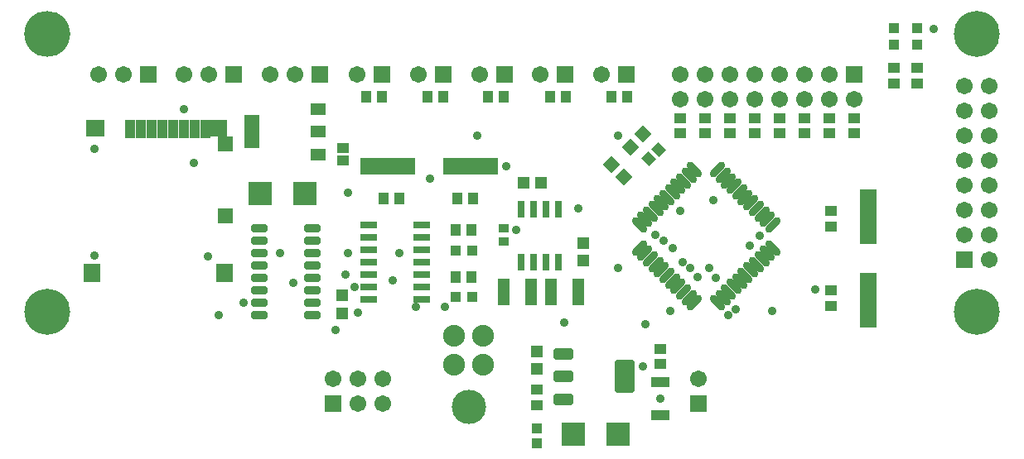
<source format=gts>
G04*
G04 #@! TF.GenerationSoftware,Altium Limited,Altium Designer,19.0.15 (446)*
G04*
G04 Layer_Color=8388736*
%FSLAX25Y25*%
%MOIN*%
G70*
G01*
G75*
%ADD23R,0.03162X0.06902*%
G04:AMPARAMS|DCode=24|XSize=43.43mil|YSize=39.5mil|CornerRadius=0mil|HoleSize=0mil|Usage=FLASHONLY|Rotation=315.000|XOffset=0mil|YOffset=0mil|HoleType=Round|Shape=Rectangle|*
%AMROTATEDRECTD24*
4,1,4,-0.02932,0.00139,-0.00139,0.02932,0.02932,-0.00139,0.00139,-0.02932,-0.02932,0.00139,0.0*
%
%ADD24ROTATEDRECTD24*%

%ADD25R,0.03950X0.07414*%
%ADD26R,0.06706X0.07493*%
%ADD27R,0.05879X0.06312*%
%ADD28R,0.05879X0.05918*%
%ADD29R,0.07099X0.06706*%
%ADD30R,0.07493X0.06706*%
G04:AMPARAMS|DCode=31|XSize=31.62mil|YSize=65.09mil|CornerRadius=6.01mil|HoleSize=0mil|Usage=FLASHONLY|Rotation=90.000|XOffset=0mil|YOffset=0mil|HoleType=Round|Shape=RoundedRectangle|*
%AMROUNDEDRECTD31*
21,1,0.03162,0.05307,0,0,90.0*
21,1,0.01961,0.06509,0,0,90.0*
1,1,0.01202,0.02653,0.00980*
1,1,0.01202,0.02653,-0.00980*
1,1,0.01202,-0.02653,-0.00980*
1,1,0.01202,-0.02653,0.00980*
%
%ADD31ROUNDEDRECTD31*%
G04:AMPARAMS|DCode=32|XSize=133.98mil|YSize=76.9mil|CornerRadius=6.07mil|HoleSize=0mil|Usage=FLASHONLY|Rotation=90.000|XOffset=0mil|YOffset=0mil|HoleType=Round|Shape=RoundedRectangle|*
%AMROUNDEDRECTD32*
21,1,0.13398,0.06476,0,0,90.0*
21,1,0.12185,0.07690,0,0,90.0*
1,1,0.01213,0.03238,0.06093*
1,1,0.01213,0.03238,-0.06093*
1,1,0.01213,-0.03238,-0.06093*
1,1,0.01213,-0.03238,0.06093*
%
%ADD32ROUNDEDRECTD32*%
G04:AMPARAMS|DCode=33|XSize=43.43mil|YSize=76.9mil|CornerRadius=5.95mil|HoleSize=0mil|Usage=FLASHONLY|Rotation=90.000|XOffset=0mil|YOffset=0mil|HoleType=Round|Shape=RoundedRectangle|*
%AMROUNDEDRECTD33*
21,1,0.04343,0.06500,0,0,90.0*
21,1,0.03154,0.07690,0,0,90.0*
1,1,0.01190,0.03250,0.01577*
1,1,0.01190,0.03250,-0.01577*
1,1,0.01190,-0.03250,-0.01577*
1,1,0.01190,-0.03250,0.01577*
%
%ADD33ROUNDEDRECTD33*%
%ADD34R,0.04737X0.04343*%
%ADD35R,0.09461X0.09265*%
%ADD36R,0.05131X0.05131*%
%ADD37R,0.03950X0.03950*%
%ADD38R,0.06312X0.04737*%
%ADD39R,0.06312X0.13595*%
%ADD40R,0.04540X0.04147*%
%ADD41R,0.04343X0.04737*%
%ADD42R,0.03937X0.03937*%
%ADD43R,0.06706X0.22453*%
G04:AMPARAMS|DCode=44|XSize=29.65mil|YSize=76.9mil|CornerRadius=0mil|HoleSize=0mil|Usage=FLASHONLY|Rotation=135.000|XOffset=0mil|YOffset=0mil|HoleType=Round|Shape=Round|*
%AMOVALD44*
21,1,0.04724,0.02965,0.00000,0.00000,225.0*
1,1,0.02965,0.01670,0.01670*
1,1,0.02965,-0.01670,-0.01670*
%
%ADD44OVALD44*%

G04:AMPARAMS|DCode=45|XSize=29.65mil|YSize=76.9mil|CornerRadius=0mil|HoleSize=0mil|Usage=FLASHONLY|Rotation=225.000|XOffset=0mil|YOffset=0mil|HoleType=Round|Shape=Round|*
%AMOVALD45*
21,1,0.04724,0.02965,0.00000,0.00000,315.0*
1,1,0.02965,-0.01670,0.01670*
1,1,0.02965,0.01670,-0.01670*
%
%ADD45OVALD45*%

%ADD46R,0.07493X0.03950*%
%ADD47P,0.07256X4X90.0*%
%ADD48P,0.07256X4X180.0*%
%ADD49R,0.06706X0.03162*%
%ADD50R,0.04540X0.11036*%
%ADD51R,0.04343X0.03556*%
%ADD52R,0.03937X0.03937*%
%ADD53R,0.05131X0.05131*%
%ADD54R,0.22453X0.06706*%
%ADD55C,0.18517*%
%ADD56O,0.18517X0.18517*%
%ADD57R,0.06706X0.06706*%
%ADD58C,0.06706*%
%ADD59R,0.06706X0.06706*%
%ADD60C,0.06706*%
%ADD61C,0.13811*%
%ADD62C,0.08800*%
%ADD63R,0.06706X0.06706*%
%ADD64C,0.03556*%
D23*
X217000Y101909D02*
D03*
X212000D02*
D03*
X207000D02*
D03*
X202000D02*
D03*
X217000Y80650D02*
D03*
X212000D02*
D03*
X207000D02*
D03*
X202000D02*
D03*
D24*
X257449Y125949D02*
D03*
X253551Y122051D02*
D03*
D25*
X74910Y134276D02*
D03*
X70579D02*
D03*
X66248D02*
D03*
X61917D02*
D03*
X57587D02*
D03*
X53256D02*
D03*
X48925D02*
D03*
X44594D02*
D03*
D26*
X29437Y76165D02*
D03*
X82587D02*
D03*
D27*
X83000Y99000D02*
D03*
D28*
Y128134D02*
D03*
D29*
X80461Y134630D02*
D03*
D30*
X30618D02*
D03*
D31*
X96772Y94000D02*
D03*
Y89000D02*
D03*
Y84000D02*
D03*
Y79000D02*
D03*
Y74000D02*
D03*
Y69000D02*
D03*
Y64000D02*
D03*
Y59000D02*
D03*
X118228Y94000D02*
D03*
Y89000D02*
D03*
Y84000D02*
D03*
Y79000D02*
D03*
Y74000D02*
D03*
Y69000D02*
D03*
Y64000D02*
D03*
Y59000D02*
D03*
D32*
X243803Y34347D02*
D03*
D33*
X219197Y25291D02*
D03*
Y34347D02*
D03*
Y43402D02*
D03*
D34*
X208500Y29000D02*
D03*
Y22701D02*
D03*
X352000Y152500D02*
D03*
Y158799D02*
D03*
X361500Y152500D02*
D03*
Y158799D02*
D03*
X326679Y62850D02*
D03*
Y69150D02*
D03*
Y94850D02*
D03*
Y101150D02*
D03*
X258000Y45650D02*
D03*
Y39350D02*
D03*
X336000Y132350D02*
D03*
Y138650D02*
D03*
X326000Y132350D02*
D03*
Y138650D02*
D03*
X316000Y132350D02*
D03*
Y138650D02*
D03*
X306000Y132350D02*
D03*
Y138650D02*
D03*
X296000Y132350D02*
D03*
Y138650D02*
D03*
X286000Y132350D02*
D03*
Y138650D02*
D03*
X276000Y132350D02*
D03*
Y138650D02*
D03*
X266000Y132350D02*
D03*
Y138650D02*
D03*
D35*
X223087Y11000D02*
D03*
X241000D02*
D03*
X114957Y108132D02*
D03*
X97043D02*
D03*
D36*
X208500Y37457D02*
D03*
Y44543D02*
D03*
X227000Y81010D02*
D03*
Y88097D02*
D03*
X130000Y59957D02*
D03*
Y67043D02*
D03*
D37*
X208500Y13453D02*
D03*
Y7547D02*
D03*
D38*
X120386Y123945D02*
D03*
Y133000D02*
D03*
Y142055D02*
D03*
D39*
X93614Y133000D02*
D03*
D40*
X130500Y121343D02*
D03*
Y126657D02*
D03*
D41*
X244650Y147000D02*
D03*
X238350D02*
D03*
X220150D02*
D03*
X213850D02*
D03*
X195150D02*
D03*
X188850D02*
D03*
X170650D02*
D03*
X164350D02*
D03*
X146150D02*
D03*
X139850D02*
D03*
X182150Y93500D02*
D03*
X175850D02*
D03*
X182150Y74500D02*
D03*
X175850D02*
D03*
X182650Y106000D02*
D03*
X176350D02*
D03*
X153150D02*
D03*
X146850D02*
D03*
D42*
X352000Y168154D02*
D03*
Y174847D02*
D03*
X361500Y168154D02*
D03*
Y174847D02*
D03*
D43*
X341680Y98732D02*
D03*
Y65268D02*
D03*
D44*
X271907Y64038D02*
D03*
X269679Y66266D02*
D03*
X267452Y68493D02*
D03*
X265225Y70720D02*
D03*
X262998Y72947D02*
D03*
X260771Y75174D02*
D03*
X258544Y77401D02*
D03*
X256317Y79628D02*
D03*
X254090Y81855D02*
D03*
X251863Y84082D02*
D03*
X249636Y86309D02*
D03*
X281093Y117767D02*
D03*
X283320Y115540D02*
D03*
X285548Y113313D02*
D03*
X287775Y111086D02*
D03*
X290002Y108859D02*
D03*
X292229Y106632D02*
D03*
X294456Y104405D02*
D03*
X296683Y102178D02*
D03*
X298910Y99951D02*
D03*
X301137Y97724D02*
D03*
X303364Y95496D02*
D03*
D45*
X249636D02*
D03*
X251863Y97724D02*
D03*
X254090Y99951D02*
D03*
X256317Y102178D02*
D03*
X258544Y104405D02*
D03*
X260771Y106632D02*
D03*
X262998Y108859D02*
D03*
X265225Y111086D02*
D03*
X267452Y113313D02*
D03*
X269679Y115540D02*
D03*
X271907Y117767D02*
D03*
X303364Y86309D02*
D03*
X301137Y84082D02*
D03*
X298910Y81855D02*
D03*
X296683Y79628D02*
D03*
X294456Y77401D02*
D03*
X292229Y75174D02*
D03*
X290002Y72947D02*
D03*
X287775Y70720D02*
D03*
X285548Y68493D02*
D03*
X283320Y66266D02*
D03*
X281093Y64038D02*
D03*
D46*
X258000Y18807D02*
D03*
Y32193D02*
D03*
D47*
X238494Y119859D02*
D03*
X243506Y114848D02*
D03*
D48*
X245994Y126995D02*
D03*
X251006Y132006D02*
D03*
D49*
X140740Y95500D02*
D03*
Y90500D02*
D03*
Y85500D02*
D03*
Y80500D02*
D03*
Y75500D02*
D03*
Y70500D02*
D03*
Y65500D02*
D03*
X162000Y95500D02*
D03*
Y90500D02*
D03*
Y85500D02*
D03*
Y80500D02*
D03*
Y75500D02*
D03*
Y70500D02*
D03*
Y65500D02*
D03*
D50*
X225012Y68500D02*
D03*
X213988D02*
D03*
X206012Y68500D02*
D03*
X194988D02*
D03*
D51*
X195000Y88744D02*
D03*
Y94256D02*
D03*
D52*
X182346Y85020D02*
D03*
X175654D02*
D03*
X182346Y66500D02*
D03*
X175654D02*
D03*
D53*
X210043Y112500D02*
D03*
X202957D02*
D03*
D54*
X148268Y119000D02*
D03*
X181732D02*
D03*
D55*
X11484Y60398D02*
D03*
X385500D02*
D03*
Y172602D02*
D03*
D56*
X11484D02*
D03*
D57*
X380500Y81500D02*
D03*
D58*
X390500D02*
D03*
X380500Y91500D02*
D03*
X390500D02*
D03*
X380500Y101500D02*
D03*
X390500D02*
D03*
X380500Y111500D02*
D03*
X390500D02*
D03*
X380500Y121500D02*
D03*
X390500D02*
D03*
X380500Y131500D02*
D03*
X390500D02*
D03*
X380500Y141500D02*
D03*
X390500D02*
D03*
X380500Y151500D02*
D03*
X390500D02*
D03*
D59*
X336000Y156000D02*
D03*
X52000D02*
D03*
X86500D02*
D03*
X121000D02*
D03*
X146000D02*
D03*
X170625D02*
D03*
X195250D02*
D03*
X219875D02*
D03*
X244500D02*
D03*
X126500Y23500D02*
D03*
D60*
X336000Y146000D02*
D03*
X326000Y156000D02*
D03*
Y146000D02*
D03*
X316000Y156000D02*
D03*
Y146000D02*
D03*
X306000Y156000D02*
D03*
Y146000D02*
D03*
X296000Y156000D02*
D03*
Y146000D02*
D03*
X286000Y156000D02*
D03*
Y146000D02*
D03*
X276000Y156000D02*
D03*
Y146000D02*
D03*
X266000Y156000D02*
D03*
Y146000D02*
D03*
X42000Y156000D02*
D03*
X32000D02*
D03*
X76500D02*
D03*
X66500D02*
D03*
X111000D02*
D03*
X101000D02*
D03*
X136000D02*
D03*
X160625D02*
D03*
X185250D02*
D03*
X209875D02*
D03*
X234500D02*
D03*
X126500Y33500D02*
D03*
X136500Y23500D02*
D03*
Y33500D02*
D03*
X146500Y23500D02*
D03*
Y33500D02*
D03*
X273500D02*
D03*
D61*
X181000Y22000D02*
D03*
D62*
X186906Y39000D02*
D03*
X175094D02*
D03*
X186906Y50819D02*
D03*
X175094D02*
D03*
D63*
X273500Y23500D02*
D03*
D64*
X110500Y72000D02*
D03*
X105000Y84122D02*
D03*
X132428Y84000D02*
D03*
X80500Y59000D02*
D03*
X127500Y53000D02*
D03*
X136500Y60000D02*
D03*
X90500Y64000D02*
D03*
X262000Y60859D02*
D03*
X241000Y78000D02*
D03*
X153000Y84000D02*
D03*
X150500Y73000D02*
D03*
X135000Y70500D02*
D03*
X225012Y102178D02*
D03*
X196000Y119000D02*
D03*
X159875Y62500D02*
D03*
X171500D02*
D03*
X263000Y86000D02*
D03*
X270000Y78000D02*
D03*
X267027Y80473D02*
D03*
X259500Y89000D02*
D03*
X256000Y91500D02*
D03*
X184510Y131500D02*
D03*
X241000D02*
D03*
X200000Y93500D02*
D03*
X165500Y114000D02*
D03*
X219500Y56000D02*
D03*
X132428Y108500D02*
D03*
X279453Y105500D02*
D03*
X266240Y101000D02*
D03*
X320500Y69500D02*
D03*
X277681Y78000D02*
D03*
X288500Y61500D02*
D03*
X285500Y59000D02*
D03*
X303000Y60714D02*
D03*
X251000Y38500D02*
D03*
X252000Y55500D02*
D03*
X76000Y82961D02*
D03*
X30500Y83116D02*
D03*
Y126000D02*
D03*
X66500Y142000D02*
D03*
X368000Y174500D02*
D03*
X70500Y120500D02*
D03*
X273000Y74512D02*
D03*
X280500Y74000D02*
D03*
X298000Y91000D02*
D03*
X294000Y87000D02*
D03*
X131500Y75500D02*
D03*
X258000Y25500D02*
D03*
M02*

</source>
